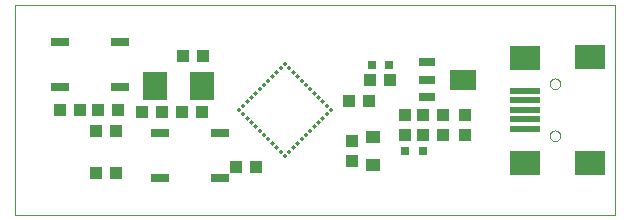
<source format=gtp>
G75*
G70*
%OFA0B0*%
%FSLAX24Y24*%
%IPPOS*%
%LPD*%
%AMOC8*
5,1,8,0,0,1.08239X$1,22.5*
%
%ADD10C,0.0000*%
%ADD11R,0.0394X0.0433*%
%ADD12R,0.0433X0.0394*%
%ADD13R,0.0315X0.0315*%
%ADD14R,0.0600X0.0300*%
%ADD15R,0.0984X0.0197*%
%ADD16R,0.0984X0.0787*%
%ADD17R,0.0787X0.0945*%
%ADD18R,0.0551X0.0315*%
%ADD19R,0.0866X0.0709*%
%ADD20R,0.0118X0.0118*%
%ADD21R,0.0512X0.0413*%
D10*
X000150Y000150D02*
X000150Y007150D01*
X020150Y007150D01*
X020150Y000150D01*
X000150Y000150D01*
X017973Y002784D02*
X017975Y002810D01*
X017981Y002836D01*
X017991Y002861D01*
X018004Y002884D01*
X018020Y002904D01*
X018040Y002922D01*
X018062Y002937D01*
X018085Y002949D01*
X018111Y002957D01*
X018137Y002961D01*
X018163Y002961D01*
X018189Y002957D01*
X018215Y002949D01*
X018239Y002937D01*
X018260Y002922D01*
X018280Y002904D01*
X018296Y002884D01*
X018309Y002861D01*
X018319Y002836D01*
X018325Y002810D01*
X018327Y002784D01*
X018325Y002758D01*
X018319Y002732D01*
X018309Y002707D01*
X018296Y002684D01*
X018280Y002664D01*
X018260Y002646D01*
X018238Y002631D01*
X018215Y002619D01*
X018189Y002611D01*
X018163Y002607D01*
X018137Y002607D01*
X018111Y002611D01*
X018085Y002619D01*
X018061Y002631D01*
X018040Y002646D01*
X018020Y002664D01*
X018004Y002684D01*
X017991Y002707D01*
X017981Y002732D01*
X017975Y002758D01*
X017973Y002784D01*
X017973Y004516D02*
X017975Y004542D01*
X017981Y004568D01*
X017991Y004593D01*
X018004Y004616D01*
X018020Y004636D01*
X018040Y004654D01*
X018062Y004669D01*
X018085Y004681D01*
X018111Y004689D01*
X018137Y004693D01*
X018163Y004693D01*
X018189Y004689D01*
X018215Y004681D01*
X018239Y004669D01*
X018260Y004654D01*
X018280Y004636D01*
X018296Y004616D01*
X018309Y004593D01*
X018319Y004568D01*
X018325Y004542D01*
X018327Y004516D01*
X018325Y004490D01*
X018319Y004464D01*
X018309Y004439D01*
X018296Y004416D01*
X018280Y004396D01*
X018260Y004378D01*
X018238Y004363D01*
X018215Y004351D01*
X018189Y004343D01*
X018163Y004339D01*
X018137Y004339D01*
X018111Y004343D01*
X018085Y004351D01*
X018061Y004363D01*
X018040Y004378D01*
X018020Y004396D01*
X018004Y004416D01*
X017991Y004439D01*
X017981Y004464D01*
X017975Y004490D01*
X017973Y004516D01*
D11*
X015150Y003485D03*
X014410Y003485D03*
X013750Y003485D03*
X013150Y003485D03*
X013150Y002815D03*
X013750Y002815D03*
X014410Y002815D03*
X015150Y002815D03*
X011370Y002605D03*
X011370Y001935D03*
D12*
X008193Y001738D03*
X007524Y001738D03*
X003525Y001550D03*
X002855Y001550D03*
X002855Y002930D03*
X003525Y002930D03*
X004375Y003590D03*
X005045Y003590D03*
X005715Y003590D03*
X006385Y003590D03*
X003585Y003650D03*
X002915Y003650D03*
X002305Y003650D03*
X001635Y003650D03*
X005755Y005450D03*
X006425Y005450D03*
X011295Y003930D03*
X011965Y003930D03*
X011995Y004650D03*
X012665Y004650D03*
D13*
X012625Y005150D03*
X012035Y005150D03*
X013155Y002290D03*
X013745Y002290D03*
D14*
X006990Y002880D03*
X004990Y002880D03*
X004990Y001380D03*
X006990Y001380D03*
X003650Y004400D03*
X001650Y004400D03*
X001650Y005900D03*
X003650Y005900D03*
D15*
X017166Y004280D03*
X017166Y003965D03*
X017166Y003650D03*
X017166Y003335D03*
X017166Y003020D03*
D16*
X017166Y001878D03*
X019331Y001878D03*
X017166Y005382D03*
X019331Y005422D03*
D17*
X006377Y004450D03*
X004803Y004450D03*
D18*
X013870Y004650D03*
X013870Y004059D03*
X013870Y005241D03*
D19*
X015083Y004650D03*
D20*
G36*
X010681Y003733D02*
X010764Y003650D01*
X010681Y003567D01*
X010598Y003650D01*
X010681Y003733D01*
G37*
G36*
X010542Y003872D02*
X010625Y003789D01*
X010542Y003706D01*
X010459Y003789D01*
X010542Y003872D01*
G37*
G36*
X010403Y004011D02*
X010486Y003928D01*
X010403Y003845D01*
X010320Y003928D01*
X010403Y004011D01*
G37*
G36*
X010264Y004151D02*
X010347Y004068D01*
X010264Y003985D01*
X010181Y004068D01*
X010264Y004151D01*
G37*
G36*
X010124Y004290D02*
X010207Y004207D01*
X010124Y004124D01*
X010041Y004207D01*
X010124Y004290D01*
G37*
G36*
X009985Y004429D02*
X010068Y004346D01*
X009985Y004263D01*
X009902Y004346D01*
X009985Y004429D01*
G37*
G36*
X009846Y004568D02*
X009929Y004485D01*
X009846Y004402D01*
X009763Y004485D01*
X009846Y004568D01*
G37*
G36*
X009707Y004707D02*
X009790Y004624D01*
X009707Y004541D01*
X009624Y004624D01*
X009707Y004707D01*
G37*
G36*
X009568Y004847D02*
X009651Y004764D01*
X009568Y004681D01*
X009485Y004764D01*
X009568Y004847D01*
G37*
G36*
X009428Y004986D02*
X009511Y004903D01*
X009428Y004820D01*
X009345Y004903D01*
X009428Y004986D01*
G37*
G36*
X009289Y005125D02*
X009372Y005042D01*
X009289Y004959D01*
X009206Y005042D01*
X009289Y005125D01*
G37*
G36*
X009150Y005264D02*
X009233Y005181D01*
X009150Y005098D01*
X009067Y005181D01*
X009150Y005264D01*
G37*
G36*
X009011Y005125D02*
X009094Y005042D01*
X009011Y004959D01*
X008928Y005042D01*
X009011Y005125D01*
G37*
G36*
X008872Y004986D02*
X008955Y004903D01*
X008872Y004820D01*
X008789Y004903D01*
X008872Y004986D01*
G37*
G36*
X008732Y004847D02*
X008815Y004764D01*
X008732Y004681D01*
X008649Y004764D01*
X008732Y004847D01*
G37*
G36*
X008593Y004707D02*
X008676Y004624D01*
X008593Y004541D01*
X008510Y004624D01*
X008593Y004707D01*
G37*
G36*
X008454Y004568D02*
X008537Y004485D01*
X008454Y004402D01*
X008371Y004485D01*
X008454Y004568D01*
G37*
G36*
X008315Y004429D02*
X008398Y004346D01*
X008315Y004263D01*
X008232Y004346D01*
X008315Y004429D01*
G37*
G36*
X008176Y004290D02*
X008259Y004207D01*
X008176Y004124D01*
X008093Y004207D01*
X008176Y004290D01*
G37*
G36*
X008036Y004151D02*
X008119Y004068D01*
X008036Y003985D01*
X007953Y004068D01*
X008036Y004151D01*
G37*
G36*
X007897Y004011D02*
X007980Y003928D01*
X007897Y003845D01*
X007814Y003928D01*
X007897Y004011D01*
G37*
G36*
X007758Y003872D02*
X007841Y003789D01*
X007758Y003706D01*
X007675Y003789D01*
X007758Y003872D01*
G37*
G36*
X007619Y003733D02*
X007702Y003650D01*
X007619Y003567D01*
X007536Y003650D01*
X007619Y003733D01*
G37*
G36*
X007758Y003594D02*
X007841Y003511D01*
X007758Y003428D01*
X007675Y003511D01*
X007758Y003594D01*
G37*
G36*
X007897Y003455D02*
X007980Y003372D01*
X007897Y003289D01*
X007814Y003372D01*
X007897Y003455D01*
G37*
G36*
X008036Y003315D02*
X008119Y003232D01*
X008036Y003149D01*
X007953Y003232D01*
X008036Y003315D01*
G37*
G36*
X008176Y003176D02*
X008259Y003093D01*
X008176Y003010D01*
X008093Y003093D01*
X008176Y003176D01*
G37*
G36*
X008315Y003037D02*
X008398Y002954D01*
X008315Y002871D01*
X008232Y002954D01*
X008315Y003037D01*
G37*
G36*
X008454Y002898D02*
X008537Y002815D01*
X008454Y002732D01*
X008371Y002815D01*
X008454Y002898D01*
G37*
G36*
X008593Y002759D02*
X008676Y002676D01*
X008593Y002593D01*
X008510Y002676D01*
X008593Y002759D01*
G37*
G36*
X008732Y002619D02*
X008815Y002536D01*
X008732Y002453D01*
X008649Y002536D01*
X008732Y002619D01*
G37*
G36*
X008872Y002480D02*
X008955Y002397D01*
X008872Y002314D01*
X008789Y002397D01*
X008872Y002480D01*
G37*
G36*
X009011Y002341D02*
X009094Y002258D01*
X009011Y002175D01*
X008928Y002258D01*
X009011Y002341D01*
G37*
G36*
X009289Y002341D02*
X009372Y002258D01*
X009289Y002175D01*
X009206Y002258D01*
X009289Y002341D01*
G37*
G36*
X009428Y002480D02*
X009511Y002397D01*
X009428Y002314D01*
X009345Y002397D01*
X009428Y002480D01*
G37*
G36*
X009568Y002619D02*
X009651Y002536D01*
X009568Y002453D01*
X009485Y002536D01*
X009568Y002619D01*
G37*
G36*
X009707Y002759D02*
X009790Y002676D01*
X009707Y002593D01*
X009624Y002676D01*
X009707Y002759D01*
G37*
G36*
X009846Y002898D02*
X009929Y002815D01*
X009846Y002732D01*
X009763Y002815D01*
X009846Y002898D01*
G37*
G36*
X009985Y003037D02*
X010068Y002954D01*
X009985Y002871D01*
X009902Y002954D01*
X009985Y003037D01*
G37*
G36*
X010124Y003176D02*
X010207Y003093D01*
X010124Y003010D01*
X010041Y003093D01*
X010124Y003176D01*
G37*
G36*
X010264Y003315D02*
X010347Y003232D01*
X010264Y003149D01*
X010181Y003232D01*
X010264Y003315D01*
G37*
G36*
X010403Y003455D02*
X010486Y003372D01*
X010403Y003289D01*
X010320Y003372D01*
X010403Y003455D01*
G37*
G36*
X010542Y003594D02*
X010625Y003511D01*
X010542Y003428D01*
X010459Y003511D01*
X010542Y003594D01*
G37*
G36*
X009150Y002202D02*
X009233Y002119D01*
X009150Y002036D01*
X009067Y002119D01*
X009150Y002202D01*
G37*
D21*
X012090Y001807D03*
X012090Y002733D03*
M02*

</source>
